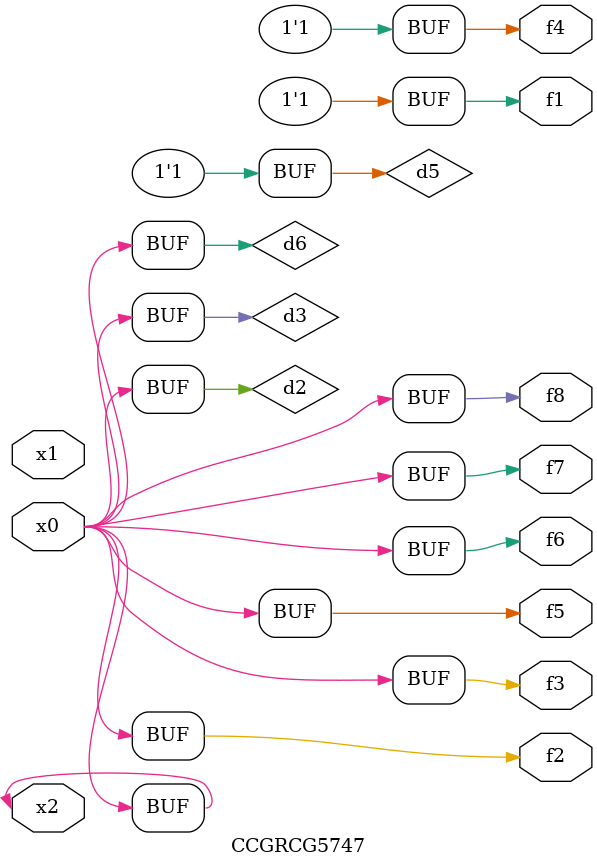
<source format=v>
module CCGRCG5747(
	input x0, x1, x2,
	output f1, f2, f3, f4, f5, f6, f7, f8
);

	wire d1, d2, d3, d4, d5, d6;

	xnor (d1, x2);
	buf (d2, x0, x2);
	and (d3, x0);
	xnor (d4, x1, x2);
	nand (d5, d1, d3);
	buf (d6, d2, d3);
	assign f1 = d5;
	assign f2 = d6;
	assign f3 = d6;
	assign f4 = d5;
	assign f5 = d6;
	assign f6 = d6;
	assign f7 = d6;
	assign f8 = d6;
endmodule

</source>
